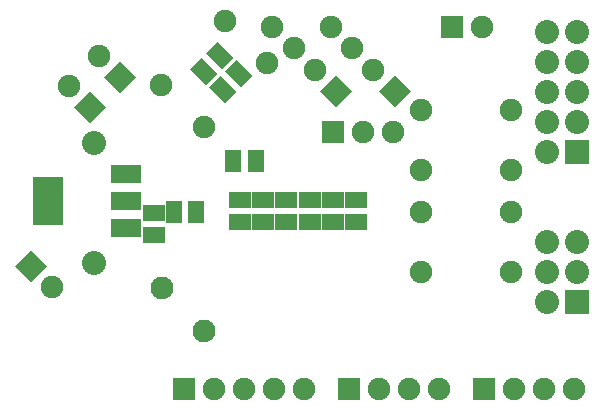
<source format=gbs>
G04 (created by PCBNEW-RS274X (2012-jan-04)-stable) date Пт. 17 авг. 2012 15:46:30*
G01*
G70*
G90*
%MOIN*%
G04 Gerber Fmt 3.4, Leading zero omitted, Abs format*
%FSLAX34Y34*%
G04 APERTURE LIST*
%ADD10C,0.006000*%
%ADD11C,0.075000*%
%ADD12R,0.100000X0.164000*%
%ADD13R,0.100000X0.060000*%
%ADD14R,0.055000X0.075000*%
%ADD15R,0.075000X0.075000*%
%ADD16C,0.080000*%
%ADD17R,0.080000X0.080000*%
%ADD18C,0.076000*%
%ADD19R,0.075000X0.055000*%
G04 APERTURE END LIST*
G54D10*
G54D11*
X70900Y-44600D03*
X70900Y-46600D03*
X67900Y-44600D03*
X67900Y-46600D03*
X67900Y-43200D03*
X67900Y-41200D03*
X70900Y-43200D03*
X70900Y-41200D03*
X61354Y-38232D03*
X62768Y-39646D03*
X59232Y-40354D03*
X60646Y-41768D03*
G54D12*
X55450Y-44250D03*
G54D13*
X58050Y-44250D03*
X58050Y-45150D03*
X58050Y-43350D03*
G54D10*
G36*
X61356Y-40975D02*
X60825Y-40444D01*
X61214Y-40055D01*
X61745Y-40586D01*
X61356Y-40975D01*
X61356Y-40975D01*
G37*
G36*
X61886Y-40445D02*
X61355Y-39914D01*
X61744Y-39525D01*
X62275Y-40056D01*
X61886Y-40445D01*
X61886Y-40445D01*
G37*
G36*
X60731Y-40375D02*
X60200Y-39844D01*
X60589Y-39455D01*
X61120Y-39986D01*
X60731Y-40375D01*
X60731Y-40375D01*
G37*
G36*
X61261Y-39845D02*
X60730Y-39314D01*
X61119Y-38925D01*
X61650Y-39456D01*
X61261Y-39845D01*
X61261Y-39845D01*
G37*
G54D14*
X61625Y-42900D03*
X62375Y-42900D03*
G54D10*
G36*
X65591Y-40561D02*
X65061Y-41091D01*
X64531Y-40561D01*
X65061Y-40031D01*
X65591Y-40561D01*
X65591Y-40561D01*
G37*
G54D11*
X64354Y-39854D03*
X63646Y-39146D03*
X62939Y-38439D03*
G54D15*
X65500Y-50500D03*
G54D11*
X66500Y-50500D03*
X67500Y-50500D03*
X68500Y-50500D03*
G54D10*
G36*
X58384Y-40104D02*
X57854Y-40634D01*
X57324Y-40104D01*
X57854Y-39574D01*
X58384Y-40104D01*
X58384Y-40104D01*
G37*
G54D11*
X57146Y-39396D03*
G54D15*
X68925Y-38425D03*
G54D11*
X69925Y-38425D03*
G54D10*
G36*
X57384Y-41104D02*
X56854Y-41634D01*
X56324Y-41104D01*
X56854Y-40574D01*
X57384Y-41104D01*
X57384Y-41104D01*
G37*
G54D11*
X56146Y-40396D03*
G54D16*
X57000Y-42300D03*
X57000Y-46300D03*
G54D17*
X73100Y-42600D03*
G54D16*
X72100Y-42600D03*
X73100Y-41600D03*
X72100Y-41600D03*
X73100Y-40600D03*
X72100Y-40600D03*
X73100Y-39600D03*
X72100Y-39600D03*
X73100Y-38600D03*
X72100Y-38600D03*
G54D17*
X73100Y-47600D03*
G54D16*
X72100Y-47600D03*
X73100Y-46600D03*
X72100Y-46600D03*
X73100Y-45600D03*
X72100Y-45600D03*
G54D18*
X60657Y-48557D03*
X59243Y-47143D03*
G54D19*
X59000Y-45375D03*
X59000Y-44625D03*
G54D14*
X60400Y-44600D03*
X59650Y-44600D03*
G54D15*
X64950Y-41950D03*
G54D11*
X65950Y-41950D03*
X66950Y-41950D03*
G54D10*
G36*
X67541Y-40561D02*
X67011Y-41091D01*
X66481Y-40561D01*
X67011Y-40031D01*
X67541Y-40561D01*
X67541Y-40561D01*
G37*
G54D11*
X66304Y-39854D03*
X65596Y-39146D03*
X64889Y-38439D03*
G54D10*
G36*
X54366Y-46396D02*
X54896Y-45866D01*
X55426Y-46396D01*
X54896Y-46926D01*
X54366Y-46396D01*
X54366Y-46396D01*
G37*
G54D11*
X55604Y-47104D03*
G54D19*
X61850Y-44200D03*
X61850Y-44950D03*
X62625Y-44200D03*
X62625Y-44950D03*
X63400Y-44200D03*
X63400Y-44950D03*
X64175Y-44200D03*
X64175Y-44950D03*
X64950Y-44200D03*
X64950Y-44950D03*
X65725Y-44200D03*
X65725Y-44950D03*
G54D15*
X70000Y-50500D03*
G54D11*
X71000Y-50500D03*
X72000Y-50500D03*
X73000Y-50500D03*
G54D15*
X60000Y-50500D03*
G54D11*
X61000Y-50500D03*
X62000Y-50500D03*
X63000Y-50500D03*
X64000Y-50500D03*
M02*

</source>
